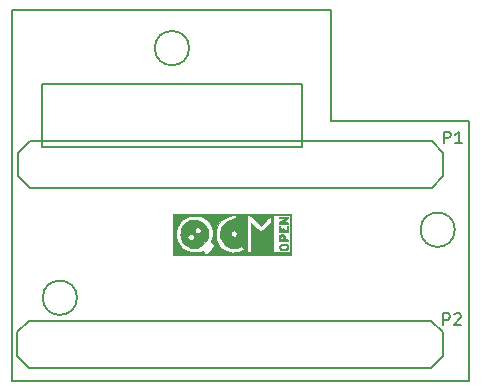
<source format=gbr>
G04 #@! TF.FileFunction,Legend,Top*
%FSLAX46Y46*%
G04 Gerber Fmt 4.6, Leading zero omitted, Abs format (unit mm)*
G04 Created by KiCad (PCBNEW 4.0.2-stable) date 04/04/2016 12:36:13*
%MOMM*%
G01*
G04 APERTURE LIST*
%ADD10C,0.100000*%
%ADD11C,0.150000*%
%ADD12C,0.010000*%
G04 APERTURE END LIST*
D10*
D11*
X138272205Y-108370000D02*
G75*
G03X138272205Y-108370000I-1452205J0D01*
G01*
X147762205Y-87232205D02*
G75*
G03X147762205Y-87232205I-1452205J0D01*
G01*
X170260000Y-102610000D02*
G75*
G03X170260000Y-102610000I-1452205J0D01*
G01*
X138272205Y-108370000D02*
G75*
G03X138272205Y-108370000I-1452205J0D01*
G01*
X157300000Y-95600000D02*
X135300000Y-95600000D01*
X157300000Y-90300000D02*
X157300000Y-95600000D01*
X135300000Y-90300000D02*
X157300000Y-90300000D01*
X135300000Y-95600000D02*
X135300000Y-90300000D01*
X171500000Y-115400000D02*
X132800000Y-115400000D01*
X171500000Y-115200000D02*
X171500000Y-115400000D01*
X171500000Y-111400000D02*
X171500000Y-115200000D01*
X171500000Y-103100000D02*
X171500000Y-111400000D01*
X171500000Y-93400000D02*
X171500000Y-103100000D01*
X159800000Y-93400000D02*
X171500000Y-93400000D01*
X159800000Y-84000000D02*
X159800000Y-93400000D01*
X132800000Y-84000000D02*
X159800000Y-84000000D01*
X132800000Y-84400000D02*
X132800000Y-84000000D01*
X132800000Y-85400000D02*
X132800000Y-84400000D01*
X132800000Y-115400000D02*
X132800000Y-85400000D01*
X133290000Y-98100000D02*
X134290000Y-99100000D01*
X133290000Y-96100000D02*
X133290000Y-98100000D01*
X134290000Y-95100000D02*
X133290000Y-96100000D01*
X168290000Y-95100000D02*
X134290000Y-95100000D01*
X169290000Y-96100000D02*
X168290000Y-95100000D01*
X169290000Y-98100000D02*
X169290000Y-96100000D01*
X168290000Y-99100000D02*
X169290000Y-98100000D01*
X134290000Y-99100000D02*
X168290000Y-99100000D01*
X169230000Y-111300000D02*
X168230000Y-110300000D01*
X169230000Y-113300000D02*
X169230000Y-111300000D01*
X168230000Y-114300000D02*
X169230000Y-113300000D01*
X134230000Y-114300000D02*
X168230000Y-114300000D01*
X133230000Y-113300000D02*
X134230000Y-114300000D01*
X133230000Y-111300000D02*
X133230000Y-113300000D01*
X134230000Y-110300000D02*
X133230000Y-111300000D01*
X168230000Y-110300000D02*
X134230000Y-110300000D01*
D12*
G36*
X156430133Y-104732667D02*
X146439467Y-104732667D01*
X146439467Y-102974943D01*
X146672300Y-102974943D01*
X146674594Y-103178135D01*
X146684766Y-103323208D01*
X146707747Y-103436658D01*
X146748469Y-103544981D01*
X146797198Y-103645875D01*
X146954857Y-103888424D01*
X147166267Y-104116458D01*
X147407057Y-104307429D01*
X147652859Y-104438789D01*
X147655086Y-104439658D01*
X147905834Y-104507018D01*
X148187758Y-104534663D01*
X148466757Y-104521866D01*
X148708730Y-104467896D01*
X148723573Y-104462492D01*
X148912179Y-104391624D01*
X149061534Y-104540978D01*
X149151245Y-104626857D01*
X149215027Y-104680856D01*
X149231824Y-104690333D01*
X149268471Y-104662307D01*
X149351682Y-104586363D01*
X149468406Y-104474700D01*
X149581780Y-104363243D01*
X149715076Y-104227166D01*
X149822443Y-104110778D01*
X149891483Y-104027960D01*
X149910800Y-103994842D01*
X149883564Y-103941725D01*
X149814919Y-103856220D01*
X149778312Y-103816838D01*
X149645825Y-103680145D01*
X149720625Y-103403811D01*
X149777773Y-103043168D01*
X149773678Y-102974943D01*
X150016633Y-102974943D01*
X150019052Y-103179321D01*
X150029588Y-103326006D01*
X150053161Y-103441910D01*
X150094694Y-103553946D01*
X150140213Y-103650860D01*
X150333471Y-103951719D01*
X150588707Y-104205414D01*
X150891114Y-104399942D01*
X151212377Y-104519964D01*
X151423886Y-104546088D01*
X151676128Y-104535960D01*
X151765607Y-104521000D01*
X152661436Y-104521000D01*
X153001133Y-104521000D01*
X154862769Y-104521000D01*
X155582951Y-104521000D01*
X155846431Y-104520337D01*
X156036941Y-104517548D01*
X156166175Y-104511433D01*
X156245826Y-104500791D01*
X156287585Y-104484423D01*
X156303146Y-104461129D01*
X156304747Y-104446917D01*
X156305415Y-104376150D01*
X156306023Y-104235488D01*
X156306567Y-104036752D01*
X156307039Y-103791765D01*
X156307434Y-103512349D01*
X156307744Y-103210326D01*
X156307964Y-102897518D01*
X156308088Y-102585748D01*
X156308108Y-102286836D01*
X156308018Y-102012607D01*
X156307813Y-101774881D01*
X156307485Y-101585481D01*
X156307028Y-101456228D01*
X156306437Y-101398946D01*
X156306388Y-101397893D01*
X156286488Y-101377460D01*
X156223237Y-101363458D01*
X156106990Y-101355313D01*
X155928105Y-101352453D01*
X155676939Y-101354303D01*
X155594050Y-101355560D01*
X154884967Y-101367167D01*
X154873868Y-102944083D01*
X154862769Y-104521000D01*
X153001133Y-104521000D01*
X153002497Y-104341083D01*
X153002770Y-104248743D01*
X153002808Y-104085886D01*
X153002626Y-103866665D01*
X153002238Y-103605230D01*
X153001660Y-103315732D01*
X153001175Y-103113417D01*
X153001755Y-102825649D01*
X153004799Y-102568088D01*
X153009965Y-102352123D01*
X153016912Y-102189147D01*
X153025297Y-102090551D01*
X153032621Y-102065667D01*
X153074774Y-102093963D01*
X153161999Y-102170459D01*
X153280435Y-102282564D01*
X153382133Y-102383167D01*
X153543793Y-102541646D01*
X153671364Y-102646183D01*
X153780204Y-102695610D01*
X153885676Y-102688758D01*
X154003137Y-102624456D01*
X154147949Y-102501536D01*
X154335473Y-102318828D01*
X154344421Y-102309919D01*
X154736800Y-101919172D01*
X154736800Y-101674919D01*
X154731685Y-101543881D01*
X154718437Y-101455228D01*
X154704256Y-101430667D01*
X154664212Y-101459109D01*
X154576563Y-101537213D01*
X154452935Y-101654146D01*
X154304956Y-101799073D01*
X154250678Y-101853285D01*
X153829645Y-102275904D01*
X153354993Y-101807601D01*
X153162850Y-101621121D01*
X153018986Y-101489638D01*
X152914272Y-101405912D01*
X152839581Y-101362708D01*
X152785787Y-101352787D01*
X152781987Y-101353232D01*
X152683633Y-101367167D01*
X152672535Y-102944083D01*
X152661436Y-104521000D01*
X151765607Y-104521000D01*
X151934882Y-104492699D01*
X152121654Y-104437055D01*
X152292278Y-104366900D01*
X152387427Y-104306997D01*
X152413707Y-104246845D01*
X152377727Y-104175938D01*
X152322583Y-104117667D01*
X152236605Y-104042322D01*
X152169648Y-104018782D01*
X152081781Y-104038086D01*
X152037607Y-104053700D01*
X151804149Y-104126342D01*
X151610829Y-104155736D01*
X151427443Y-104145754D01*
X151381243Y-104137871D01*
X151066623Y-104042103D01*
X150807893Y-103883297D01*
X150601405Y-103658616D01*
X150471524Y-103429858D01*
X150413971Y-103289001D01*
X150385327Y-103164702D01*
X150379624Y-103019481D01*
X150382855Y-102951378D01*
X151273148Y-102951378D01*
X151309498Y-103075529D01*
X151411654Y-103182507D01*
X151549225Y-103248316D01*
X151589229Y-103234857D01*
X151666656Y-103201409D01*
X151769180Y-103115406D01*
X151813274Y-102995046D01*
X151799943Y-102866267D01*
X151730194Y-102755009D01*
X151647255Y-102700993D01*
X151543064Y-102670645D01*
X151459453Y-102690585D01*
X151414555Y-102717336D01*
X151306777Y-102826499D01*
X151273148Y-102951378D01*
X150382855Y-102951378D01*
X150385724Y-102890921D01*
X150444336Y-102573506D01*
X150574260Y-102299787D01*
X150771643Y-102074493D01*
X151032631Y-101902354D01*
X151265261Y-101811728D01*
X151473661Y-101732468D01*
X151626959Y-101638515D01*
X151658954Y-101609059D01*
X151748010Y-101505046D01*
X151773534Y-101437829D01*
X151730322Y-101401742D01*
X151613169Y-101391117D01*
X151464234Y-101397044D01*
X151102693Y-101460163D01*
X150777612Y-101597902D01*
X150496140Y-101805491D01*
X150265424Y-102078160D01*
X150154214Y-102271254D01*
X150090126Y-102408075D01*
X150049730Y-102521164D01*
X150027621Y-102638168D01*
X150018393Y-102786732D01*
X150016633Y-102974943D01*
X149773678Y-102974943D01*
X149756663Y-102691532D01*
X149662060Y-102359724D01*
X149498727Y-102058562D01*
X149271428Y-101798865D01*
X148984927Y-101591454D01*
X148903797Y-101548639D01*
X148761102Y-101482069D01*
X148643720Y-101440884D01*
X148522067Y-101419080D01*
X148366553Y-101410654D01*
X148218109Y-101409500D01*
X148012662Y-101412845D01*
X147863003Y-101426233D01*
X147740400Y-101454698D01*
X147616121Y-101503271D01*
X147575052Y-101522124D01*
X147261003Y-101714687D01*
X147002143Y-101969588D01*
X146809880Y-102271254D01*
X146745793Y-102408075D01*
X146705397Y-102521164D01*
X146683288Y-102638168D01*
X146674060Y-102786732D01*
X146672300Y-102974943D01*
X146439467Y-102974943D01*
X146439467Y-101303667D01*
X156430133Y-101303667D01*
X156430133Y-104732667D01*
X156430133Y-104732667D01*
G37*
X156430133Y-104732667D02*
X146439467Y-104732667D01*
X146439467Y-102974943D01*
X146672300Y-102974943D01*
X146674594Y-103178135D01*
X146684766Y-103323208D01*
X146707747Y-103436658D01*
X146748469Y-103544981D01*
X146797198Y-103645875D01*
X146954857Y-103888424D01*
X147166267Y-104116458D01*
X147407057Y-104307429D01*
X147652859Y-104438789D01*
X147655086Y-104439658D01*
X147905834Y-104507018D01*
X148187758Y-104534663D01*
X148466757Y-104521866D01*
X148708730Y-104467896D01*
X148723573Y-104462492D01*
X148912179Y-104391624D01*
X149061534Y-104540978D01*
X149151245Y-104626857D01*
X149215027Y-104680856D01*
X149231824Y-104690333D01*
X149268471Y-104662307D01*
X149351682Y-104586363D01*
X149468406Y-104474700D01*
X149581780Y-104363243D01*
X149715076Y-104227166D01*
X149822443Y-104110778D01*
X149891483Y-104027960D01*
X149910800Y-103994842D01*
X149883564Y-103941725D01*
X149814919Y-103856220D01*
X149778312Y-103816838D01*
X149645825Y-103680145D01*
X149720625Y-103403811D01*
X149777773Y-103043168D01*
X149773678Y-102974943D01*
X150016633Y-102974943D01*
X150019052Y-103179321D01*
X150029588Y-103326006D01*
X150053161Y-103441910D01*
X150094694Y-103553946D01*
X150140213Y-103650860D01*
X150333471Y-103951719D01*
X150588707Y-104205414D01*
X150891114Y-104399942D01*
X151212377Y-104519964D01*
X151423886Y-104546088D01*
X151676128Y-104535960D01*
X151765607Y-104521000D01*
X152661436Y-104521000D01*
X153001133Y-104521000D01*
X154862769Y-104521000D01*
X155582951Y-104521000D01*
X155846431Y-104520337D01*
X156036941Y-104517548D01*
X156166175Y-104511433D01*
X156245826Y-104500791D01*
X156287585Y-104484423D01*
X156303146Y-104461129D01*
X156304747Y-104446917D01*
X156305415Y-104376150D01*
X156306023Y-104235488D01*
X156306567Y-104036752D01*
X156307039Y-103791765D01*
X156307434Y-103512349D01*
X156307744Y-103210326D01*
X156307964Y-102897518D01*
X156308088Y-102585748D01*
X156308108Y-102286836D01*
X156308018Y-102012607D01*
X156307813Y-101774881D01*
X156307485Y-101585481D01*
X156307028Y-101456228D01*
X156306437Y-101398946D01*
X156306388Y-101397893D01*
X156286488Y-101377460D01*
X156223237Y-101363458D01*
X156106990Y-101355313D01*
X155928105Y-101352453D01*
X155676939Y-101354303D01*
X155594050Y-101355560D01*
X154884967Y-101367167D01*
X154873868Y-102944083D01*
X154862769Y-104521000D01*
X153001133Y-104521000D01*
X153002497Y-104341083D01*
X153002770Y-104248743D01*
X153002808Y-104085886D01*
X153002626Y-103866665D01*
X153002238Y-103605230D01*
X153001660Y-103315732D01*
X153001175Y-103113417D01*
X153001755Y-102825649D01*
X153004799Y-102568088D01*
X153009965Y-102352123D01*
X153016912Y-102189147D01*
X153025297Y-102090551D01*
X153032621Y-102065667D01*
X153074774Y-102093963D01*
X153161999Y-102170459D01*
X153280435Y-102282564D01*
X153382133Y-102383167D01*
X153543793Y-102541646D01*
X153671364Y-102646183D01*
X153780204Y-102695610D01*
X153885676Y-102688758D01*
X154003137Y-102624456D01*
X154147949Y-102501536D01*
X154335473Y-102318828D01*
X154344421Y-102309919D01*
X154736800Y-101919172D01*
X154736800Y-101674919D01*
X154731685Y-101543881D01*
X154718437Y-101455228D01*
X154704256Y-101430667D01*
X154664212Y-101459109D01*
X154576563Y-101537213D01*
X154452935Y-101654146D01*
X154304956Y-101799073D01*
X154250678Y-101853285D01*
X153829645Y-102275904D01*
X153354993Y-101807601D01*
X153162850Y-101621121D01*
X153018986Y-101489638D01*
X152914272Y-101405912D01*
X152839581Y-101362708D01*
X152785787Y-101352787D01*
X152781987Y-101353232D01*
X152683633Y-101367167D01*
X152672535Y-102944083D01*
X152661436Y-104521000D01*
X151765607Y-104521000D01*
X151934882Y-104492699D01*
X152121654Y-104437055D01*
X152292278Y-104366900D01*
X152387427Y-104306997D01*
X152413707Y-104246845D01*
X152377727Y-104175938D01*
X152322583Y-104117667D01*
X152236605Y-104042322D01*
X152169648Y-104018782D01*
X152081781Y-104038086D01*
X152037607Y-104053700D01*
X151804149Y-104126342D01*
X151610829Y-104155736D01*
X151427443Y-104145754D01*
X151381243Y-104137871D01*
X151066623Y-104042103D01*
X150807893Y-103883297D01*
X150601405Y-103658616D01*
X150471524Y-103429858D01*
X150413971Y-103289001D01*
X150385327Y-103164702D01*
X150379624Y-103019481D01*
X150382855Y-102951378D01*
X151273148Y-102951378D01*
X151309498Y-103075529D01*
X151411654Y-103182507D01*
X151549225Y-103248316D01*
X151589229Y-103234857D01*
X151666656Y-103201409D01*
X151769180Y-103115406D01*
X151813274Y-102995046D01*
X151799943Y-102866267D01*
X151730194Y-102755009D01*
X151647255Y-102700993D01*
X151543064Y-102670645D01*
X151459453Y-102690585D01*
X151414555Y-102717336D01*
X151306777Y-102826499D01*
X151273148Y-102951378D01*
X150382855Y-102951378D01*
X150385724Y-102890921D01*
X150444336Y-102573506D01*
X150574260Y-102299787D01*
X150771643Y-102074493D01*
X151032631Y-101902354D01*
X151265261Y-101811728D01*
X151473661Y-101732468D01*
X151626959Y-101638515D01*
X151658954Y-101609059D01*
X151748010Y-101505046D01*
X151773534Y-101437829D01*
X151730322Y-101401742D01*
X151613169Y-101391117D01*
X151464234Y-101397044D01*
X151102693Y-101460163D01*
X150777612Y-101597902D01*
X150496140Y-101805491D01*
X150265424Y-102078160D01*
X150154214Y-102271254D01*
X150090126Y-102408075D01*
X150049730Y-102521164D01*
X150027621Y-102638168D01*
X150018393Y-102786732D01*
X150016633Y-102974943D01*
X149773678Y-102974943D01*
X149756663Y-102691532D01*
X149662060Y-102359724D01*
X149498727Y-102058562D01*
X149271428Y-101798865D01*
X148984927Y-101591454D01*
X148903797Y-101548639D01*
X148761102Y-101482069D01*
X148643720Y-101440884D01*
X148522067Y-101419080D01*
X148366553Y-101410654D01*
X148218109Y-101409500D01*
X148012662Y-101412845D01*
X147863003Y-101426233D01*
X147740400Y-101454698D01*
X147616121Y-101503271D01*
X147575052Y-101522124D01*
X147261003Y-101714687D01*
X147002143Y-101969588D01*
X146809880Y-102271254D01*
X146745793Y-102408075D01*
X146705397Y-102521164D01*
X146683288Y-102638168D01*
X146674060Y-102786732D01*
X146672300Y-102974943D01*
X146439467Y-102974943D01*
X146439467Y-101303667D01*
X156430133Y-101303667D01*
X156430133Y-104732667D01*
G36*
X148422937Y-101793385D02*
X148693323Y-101876581D01*
X148939765Y-102023279D01*
X149149114Y-102231455D01*
X149275926Y-102430717D01*
X149332589Y-102558918D01*
X149364969Y-102686633D01*
X149379099Y-102845603D01*
X149381360Y-102985422D01*
X149381633Y-103333678D01*
X149004947Y-103712225D01*
X148829677Y-103883594D01*
X148695414Y-104001865D01*
X148587772Y-104077970D01*
X148492360Y-104122841D01*
X148446451Y-104136553D01*
X148295329Y-104169112D01*
X148174177Y-104175703D01*
X148042453Y-104155382D01*
X147921133Y-104124335D01*
X147728808Y-104051310D01*
X147533408Y-103944268D01*
X147370481Y-103823928D01*
X147319861Y-103773926D01*
X147264004Y-103692792D01*
X147192521Y-103564500D01*
X147134680Y-103446215D01*
X147072679Y-103296653D01*
X147054477Y-103222200D01*
X147624800Y-103222200D01*
X147649428Y-103294889D01*
X147709046Y-103388970D01*
X147712539Y-103393457D01*
X147821990Y-103478252D01*
X147953933Y-103507041D01*
X148073546Y-103472602D01*
X148135278Y-103403060D01*
X148191834Y-103300260D01*
X148217445Y-103211305D01*
X148217467Y-103209525D01*
X148184033Y-103135557D01*
X148103526Y-103051403D01*
X148005634Y-102982597D01*
X147921133Y-102954667D01*
X147829984Y-102985179D01*
X147730554Y-103058906D01*
X147652434Y-103149134D01*
X147624800Y-103222200D01*
X147054477Y-103222200D01*
X147041731Y-103170067D01*
X147035097Y-103026850D01*
X147041209Y-102897030D01*
X147069695Y-102686825D01*
X148245486Y-102686825D01*
X148279699Y-102816624D01*
X148300261Y-102846577D01*
X148388895Y-102896812D01*
X148514272Y-102909758D01*
X148637156Y-102885489D01*
X148701276Y-102845809D01*
X148758705Y-102737290D01*
X148765353Y-102603648D01*
X148723658Y-102481861D01*
X148673714Y-102427900D01*
X148542905Y-102368138D01*
X148420863Y-102388303D01*
X148342101Y-102440070D01*
X148267613Y-102548422D01*
X148245486Y-102686825D01*
X147069695Y-102686825D01*
X147076800Y-102634398D01*
X147153689Y-102420883D01*
X147284937Y-102225781D01*
X147364881Y-102136163D01*
X147599578Y-101945082D01*
X147862918Y-101825609D01*
X148141753Y-101775719D01*
X148422937Y-101793385D01*
X148422937Y-101793385D01*
G37*
X148422937Y-101793385D02*
X148693323Y-101876581D01*
X148939765Y-102023279D01*
X149149114Y-102231455D01*
X149275926Y-102430717D01*
X149332589Y-102558918D01*
X149364969Y-102686633D01*
X149379099Y-102845603D01*
X149381360Y-102985422D01*
X149381633Y-103333678D01*
X149004947Y-103712225D01*
X148829677Y-103883594D01*
X148695414Y-104001865D01*
X148587772Y-104077970D01*
X148492360Y-104122841D01*
X148446451Y-104136553D01*
X148295329Y-104169112D01*
X148174177Y-104175703D01*
X148042453Y-104155382D01*
X147921133Y-104124335D01*
X147728808Y-104051310D01*
X147533408Y-103944268D01*
X147370481Y-103823928D01*
X147319861Y-103773926D01*
X147264004Y-103692792D01*
X147192521Y-103564500D01*
X147134680Y-103446215D01*
X147072679Y-103296653D01*
X147054477Y-103222200D01*
X147624800Y-103222200D01*
X147649428Y-103294889D01*
X147709046Y-103388970D01*
X147712539Y-103393457D01*
X147821990Y-103478252D01*
X147953933Y-103507041D01*
X148073546Y-103472602D01*
X148135278Y-103403060D01*
X148191834Y-103300260D01*
X148217445Y-103211305D01*
X148217467Y-103209525D01*
X148184033Y-103135557D01*
X148103526Y-103051403D01*
X148005634Y-102982597D01*
X147921133Y-102954667D01*
X147829984Y-102985179D01*
X147730554Y-103058906D01*
X147652434Y-103149134D01*
X147624800Y-103222200D01*
X147054477Y-103222200D01*
X147041731Y-103170067D01*
X147035097Y-103026850D01*
X147041209Y-102897030D01*
X147069695Y-102686825D01*
X148245486Y-102686825D01*
X148279699Y-102816624D01*
X148300261Y-102846577D01*
X148388895Y-102896812D01*
X148514272Y-102909758D01*
X148637156Y-102885489D01*
X148701276Y-102845809D01*
X148758705Y-102737290D01*
X148765353Y-102603648D01*
X148723658Y-102481861D01*
X148673714Y-102427900D01*
X148542905Y-102368138D01*
X148420863Y-102388303D01*
X148342101Y-102440070D01*
X148267613Y-102548422D01*
X148245486Y-102686825D01*
X147069695Y-102686825D01*
X147076800Y-102634398D01*
X147153689Y-102420883D01*
X147284937Y-102225781D01*
X147364881Y-102136163D01*
X147599578Y-101945082D01*
X147862918Y-101825609D01*
X148141753Y-101775719D01*
X148422937Y-101793385D01*
G36*
X155928087Y-103786801D02*
X156019281Y-103812944D01*
X156085047Y-103867953D01*
X156095207Y-103880106D01*
X156166815Y-104023376D01*
X156158945Y-104168102D01*
X156118322Y-104245213D01*
X156048740Y-104298304D01*
X155924084Y-104330133D01*
X155811405Y-104341628D01*
X155660253Y-104346788D01*
X155563475Y-104331966D01*
X155491915Y-104291014D01*
X155467050Y-104269009D01*
X155388592Y-104145584D01*
X155382500Y-104055333D01*
X155498800Y-104055333D01*
X155527043Y-104144222D01*
X155549600Y-104173867D01*
X155630195Y-104209150D01*
X155754519Y-104222989D01*
X155884395Y-104215386D01*
X155981645Y-104186340D01*
X155998333Y-104173867D01*
X156051785Y-104079752D01*
X156031002Y-103993199D01*
X155946318Y-103925852D01*
X155808067Y-103889357D01*
X155742883Y-103886000D01*
X155597788Y-103911351D01*
X155515207Y-103983735D01*
X155498800Y-104055333D01*
X155382500Y-104055333D01*
X155379262Y-104007372D01*
X155439486Y-103882582D01*
X155460911Y-103860811D01*
X155555952Y-103806204D01*
X155697943Y-103782423D01*
X155782151Y-103780167D01*
X155928087Y-103786801D01*
X155928087Y-103786801D01*
G37*
X155928087Y-103786801D02*
X156019281Y-103812944D01*
X156085047Y-103867953D01*
X156095207Y-103880106D01*
X156166815Y-104023376D01*
X156158945Y-104168102D01*
X156118322Y-104245213D01*
X156048740Y-104298304D01*
X155924084Y-104330133D01*
X155811405Y-104341628D01*
X155660253Y-104346788D01*
X155563475Y-104331966D01*
X155491915Y-104291014D01*
X155467050Y-104269009D01*
X155388592Y-104145584D01*
X155382500Y-104055333D01*
X155498800Y-104055333D01*
X155527043Y-104144222D01*
X155549600Y-104173867D01*
X155630195Y-104209150D01*
X155754519Y-104222989D01*
X155884395Y-104215386D01*
X155981645Y-104186340D01*
X155998333Y-104173867D01*
X156051785Y-104079752D01*
X156031002Y-103993199D01*
X155946318Y-103925852D01*
X155808067Y-103889357D01*
X155742883Y-103886000D01*
X155597788Y-103911351D01*
X155515207Y-103983735D01*
X155498800Y-104055333D01*
X155382500Y-104055333D01*
X155379262Y-104007372D01*
X155439486Y-103882582D01*
X155460911Y-103860811D01*
X155555952Y-103806204D01*
X155697943Y-103782423D01*
X155782151Y-103780167D01*
X155928087Y-103786801D01*
G36*
X155705619Y-102992111D02*
X155791814Y-103086580D01*
X155845944Y-103211278D01*
X155852685Y-103251000D01*
X155871037Y-103350351D01*
X155917154Y-103395093D01*
X156019208Y-103412067D01*
X156021981Y-103412305D01*
X156136857Y-103437908D01*
X156176133Y-103486389D01*
X156159778Y-103515673D01*
X156101628Y-103534208D01*
X155988058Y-103544060D01*
X155805441Y-103547291D01*
X155773967Y-103547333D01*
X155371800Y-103547333D01*
X155371800Y-103316900D01*
X155372475Y-103301800D01*
X155498800Y-103301800D01*
X155512213Y-103388599D01*
X155567690Y-103418539D01*
X155604633Y-103420333D01*
X155677009Y-103408785D01*
X155706025Y-103357394D01*
X155710467Y-103276696D01*
X155689913Y-103162653D01*
X155637629Y-103105664D01*
X155567677Y-103117800D01*
X155546292Y-103135775D01*
X155510864Y-103211006D01*
X155498800Y-103301800D01*
X155372475Y-103301800D01*
X155378243Y-103172839D01*
X155403342Y-103085598D01*
X155455749Y-103027923D01*
X155465886Y-103020567D01*
X155553591Y-102970997D01*
X155609363Y-102954667D01*
X155705619Y-102992111D01*
X155705619Y-102992111D01*
G37*
X155705619Y-102992111D02*
X155791814Y-103086580D01*
X155845944Y-103211278D01*
X155852685Y-103251000D01*
X155871037Y-103350351D01*
X155917154Y-103395093D01*
X156019208Y-103412067D01*
X156021981Y-103412305D01*
X156136857Y-103437908D01*
X156176133Y-103486389D01*
X156159778Y-103515673D01*
X156101628Y-103534208D01*
X155988058Y-103544060D01*
X155805441Y-103547291D01*
X155773967Y-103547333D01*
X155371800Y-103547333D01*
X155371800Y-103316900D01*
X155372475Y-103301800D01*
X155498800Y-103301800D01*
X155512213Y-103388599D01*
X155567690Y-103418539D01*
X155604633Y-103420333D01*
X155677009Y-103408785D01*
X155706025Y-103357394D01*
X155710467Y-103276696D01*
X155689913Y-103162653D01*
X155637629Y-103105664D01*
X155567677Y-103117800D01*
X155546292Y-103135775D01*
X155510864Y-103211006D01*
X155498800Y-103301800D01*
X155372475Y-103301800D01*
X155378243Y-103172839D01*
X155403342Y-103085598D01*
X155455749Y-103027923D01*
X155465886Y-103020567D01*
X155553591Y-102970997D01*
X155609363Y-102954667D01*
X155705619Y-102992111D01*
G36*
X156151831Y-102293953D02*
X156168498Y-102354937D01*
X156170163Y-102476973D01*
X156167570Y-102541917D01*
X156154967Y-102806500D01*
X155763383Y-102818672D01*
X155371800Y-102830844D01*
X155371800Y-102554088D01*
X155376313Y-102397755D01*
X155392040Y-102310876D01*
X155422261Y-102278608D01*
X155432980Y-102277333D01*
X155476154Y-102309661D01*
X155501199Y-102412711D01*
X155507064Y-102478417D01*
X155529700Y-102605978D01*
X155570131Y-102675624D01*
X155616789Y-102679844D01*
X155658105Y-102611127D01*
X155666225Y-102581751D01*
X155705728Y-102498826D01*
X155754502Y-102496249D01*
X155795123Y-102574020D01*
X155797042Y-102581751D01*
X155845572Y-102661187D01*
X155924042Y-102679500D01*
X155987675Y-102670805D01*
X156020971Y-102630063D01*
X156036703Y-102535288D01*
X156040869Y-102478417D01*
X156058560Y-102345411D01*
X156092411Y-102284467D01*
X156116973Y-102277333D01*
X156151831Y-102293953D01*
X156151831Y-102293953D01*
G37*
X156151831Y-102293953D02*
X156168498Y-102354937D01*
X156170163Y-102476973D01*
X156167570Y-102541917D01*
X156154967Y-102806500D01*
X155763383Y-102818672D01*
X155371800Y-102830844D01*
X155371800Y-102554088D01*
X155376313Y-102397755D01*
X155392040Y-102310876D01*
X155422261Y-102278608D01*
X155432980Y-102277333D01*
X155476154Y-102309661D01*
X155501199Y-102412711D01*
X155507064Y-102478417D01*
X155529700Y-102605978D01*
X155570131Y-102675624D01*
X155616789Y-102679844D01*
X155658105Y-102611127D01*
X155666225Y-102581751D01*
X155705728Y-102498826D01*
X155754502Y-102496249D01*
X155795123Y-102574020D01*
X155797042Y-102581751D01*
X155845572Y-102661187D01*
X155924042Y-102679500D01*
X155987675Y-102670805D01*
X156020971Y-102630063D01*
X156036703Y-102535288D01*
X156040869Y-102478417D01*
X156058560Y-102345411D01*
X156092411Y-102284467D01*
X156116973Y-102277333D01*
X156151831Y-102293953D01*
G36*
X155988825Y-101520777D02*
X156121804Y-101539399D01*
X156175127Y-101574634D01*
X156151020Y-101629919D01*
X156051706Y-101708688D01*
X155943300Y-101776850D01*
X155823258Y-101853326D01*
X155739188Y-101915816D01*
X155710467Y-101948557D01*
X155748755Y-101966326D01*
X155847519Y-101978110D01*
X155943300Y-101981000D01*
X156083712Y-101986701D01*
X156156002Y-102006705D01*
X156176133Y-102044500D01*
X156161740Y-102074770D01*
X156109098Y-102093926D01*
X156004014Y-102104209D01*
X155832295Y-102107860D01*
X155773967Y-102108000D01*
X155585836Y-102106343D01*
X155467048Y-102099491D01*
X155402310Y-102084616D01*
X155376332Y-102058895D01*
X155373000Y-102033917D01*
X155409557Y-101970575D01*
X155507689Y-101884791D01*
X155616417Y-101811667D01*
X155858633Y-101663500D01*
X155615217Y-101650804D01*
X155466948Y-101636476D01*
X155390247Y-101610550D01*
X155371800Y-101576721D01*
X155387787Y-101547269D01*
X155444906Y-101528627D01*
X155556896Y-101518700D01*
X155737495Y-101515389D01*
X155773967Y-101515333D01*
X155988825Y-101520777D01*
X155988825Y-101520777D01*
G37*
X155988825Y-101520777D02*
X156121804Y-101539399D01*
X156175127Y-101574634D01*
X156151020Y-101629919D01*
X156051706Y-101708688D01*
X155943300Y-101776850D01*
X155823258Y-101853326D01*
X155739188Y-101915816D01*
X155710467Y-101948557D01*
X155748755Y-101966326D01*
X155847519Y-101978110D01*
X155943300Y-101981000D01*
X156083712Y-101986701D01*
X156156002Y-102006705D01*
X156176133Y-102044500D01*
X156161740Y-102074770D01*
X156109098Y-102093926D01*
X156004014Y-102104209D01*
X155832295Y-102107860D01*
X155773967Y-102108000D01*
X155585836Y-102106343D01*
X155467048Y-102099491D01*
X155402310Y-102084616D01*
X155376332Y-102058895D01*
X155373000Y-102033917D01*
X155409557Y-101970575D01*
X155507689Y-101884791D01*
X155616417Y-101811667D01*
X155858633Y-101663500D01*
X155615217Y-101650804D01*
X155466948Y-101636476D01*
X155390247Y-101610550D01*
X155371800Y-101576721D01*
X155387787Y-101547269D01*
X155444906Y-101528627D01*
X155556896Y-101518700D01*
X155737495Y-101515389D01*
X155773967Y-101515333D01*
X155988825Y-101520777D01*
D11*
X169340305Y-95295981D02*
X169340305Y-94295981D01*
X169721258Y-94295981D01*
X169816496Y-94343600D01*
X169864115Y-94391219D01*
X169911734Y-94486457D01*
X169911734Y-94629314D01*
X169864115Y-94724552D01*
X169816496Y-94772171D01*
X169721258Y-94819790D01*
X169340305Y-94819790D01*
X170864115Y-95295981D02*
X170292686Y-95295981D01*
X170578400Y-95295981D02*
X170578400Y-94295981D01*
X170483162Y-94438838D01*
X170387924Y-94534076D01*
X170292686Y-94581695D01*
X169264105Y-110688381D02*
X169264105Y-109688381D01*
X169645058Y-109688381D01*
X169740296Y-109736000D01*
X169787915Y-109783619D01*
X169835534Y-109878857D01*
X169835534Y-110021714D01*
X169787915Y-110116952D01*
X169740296Y-110164571D01*
X169645058Y-110212190D01*
X169264105Y-110212190D01*
X170216486Y-109783619D02*
X170264105Y-109736000D01*
X170359343Y-109688381D01*
X170597439Y-109688381D01*
X170692677Y-109736000D01*
X170740296Y-109783619D01*
X170787915Y-109878857D01*
X170787915Y-109974095D01*
X170740296Y-110116952D01*
X170168867Y-110688381D01*
X170787915Y-110688381D01*
M02*

</source>
